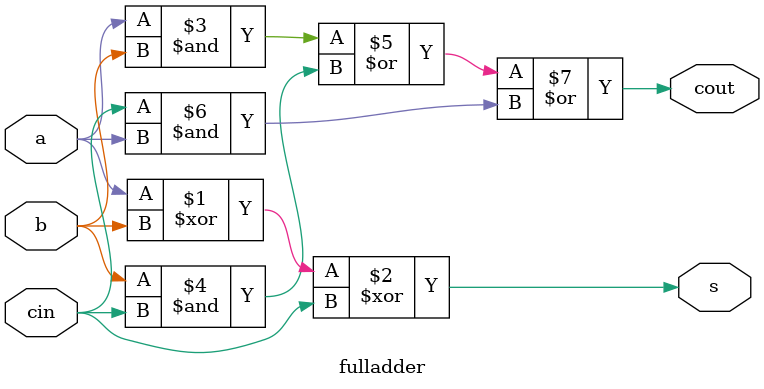
<source format=v>
`timescale 1ns / 1ps
module fulladder(a,b,cin,s,cout);

input a,b,cin;
output s,cout;
assign s = a^b^ cin;
assign cout =(a&b)|(b&cin)|(cin&a);

endmodule




</source>
